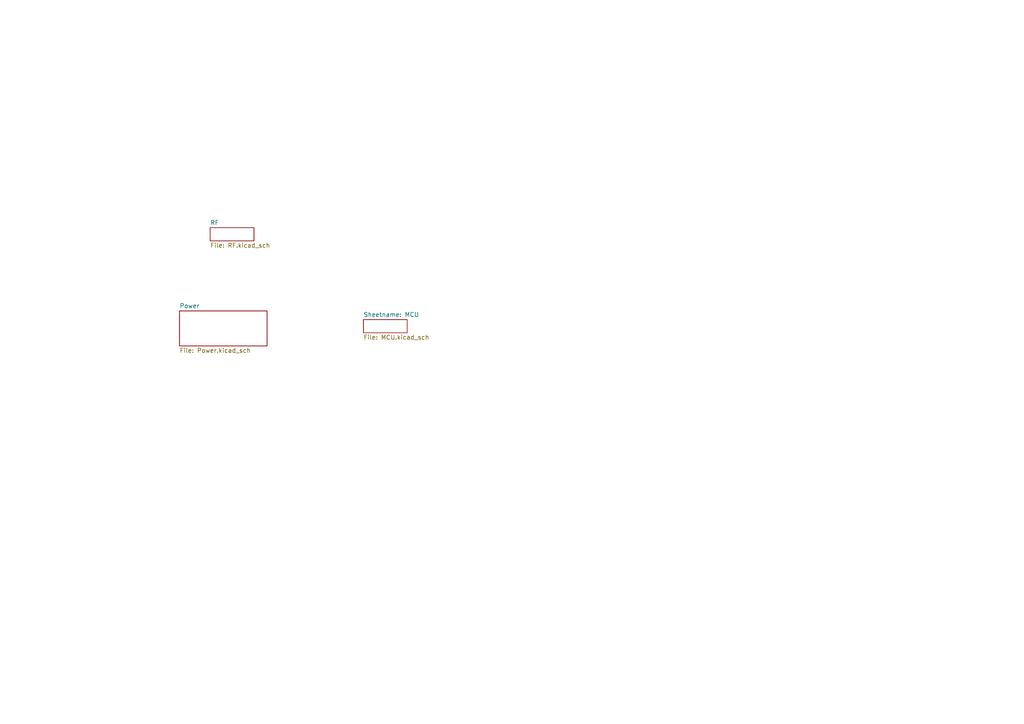
<source format=kicad_sch>
(kicad_sch
	(version 20250114)
	(generator "eeschema")
	(generator_version "9.0")
	(uuid "3069be67-d055-4fc9-b6ab-ad22cbf30a20")
	(paper "A4")
	(lib_symbols)
	(sheet
		(at 105.41 92.71)
		(size 12.7 3.81)
		(exclude_from_sim no)
		(in_bom yes)
		(on_board yes)
		(dnp no)
		(fields_autoplaced yes)
		(stroke
			(width 0.1524)
			(type solid)
		)
		(fill
			(color 0 0 0 0.0000)
		)
		(uuid "07297849-b064-4ad2-9284-134421be11b0")
		(property "Sheetname" "MCU"
			(at 105.41 91.9984 0)
			(show_name yes)
			(effects
				(font
					(size 1.27 1.27)
				)
				(justify left bottom)
			)
		)
		(property "Sheetfile" "MCU.kicad_sch"
			(at 105.41 97.1046 0)
			(effects
				(font
					(size 1.27 1.27)
				)
				(justify left top)
			)
		)
		(instances
			(project "schema"
				(path "/3069be67-d055-4fc9-b6ab-ad22cbf30a20"
					(page "3")
				)
			)
		)
	)
	(sheet
		(at 52.07 90.17)
		(size 25.4 10.16)
		(exclude_from_sim no)
		(in_bom yes)
		(on_board yes)
		(dnp no)
		(fields_autoplaced yes)
		(stroke
			(width 0.1524)
			(type solid)
		)
		(fill
			(color 0 0 0 0.0000)
		)
		(uuid "0e244c9a-d505-473e-a84c-60f4526f92f3")
		(property "Sheetname" "Power"
			(at 52.07 89.4584 0)
			(effects
				(font
					(size 1.27 1.27)
				)
				(justify left bottom)
			)
		)
		(property "Sheetfile" "Power.kicad_sch"
			(at 52.07 100.9146 0)
			(effects
				(font
					(size 1.27 1.27)
				)
				(justify left top)
			)
		)
		(instances
			(project "schema"
				(path "/3069be67-d055-4fc9-b6ab-ad22cbf30a20"
					(page "2")
				)
			)
		)
	)
	(sheet
		(at 60.96 66.04)
		(size 12.7 3.81)
		(exclude_from_sim no)
		(in_bom yes)
		(on_board yes)
		(dnp no)
		(fields_autoplaced yes)
		(stroke
			(width 0.1524)
			(type solid)
		)
		(fill
			(color 0 0 0 0.0000)
		)
		(uuid "a8ea6d62-d151-4710-8ad7-8bddc3a0bcdd")
		(property "Sheetname" "RF"
			(at 60.96 65.3284 0)
			(effects
				(font
					(size 1.27 1.27)
				)
				(justify left bottom)
			)
		)
		(property "Sheetfile" "RF.kicad_sch"
			(at 60.96 70.4346 0)
			(effects
				(font
					(size 1.27 1.27)
				)
				(justify left top)
			)
		)
		(instances
			(project "schema"
				(path "/3069be67-d055-4fc9-b6ab-ad22cbf30a20"
					(page "4")
				)
			)
		)
	)
	(sheet_instances
		(path "/"
			(page "1")
		)
	)
	(embedded_fonts no)
)

</source>
